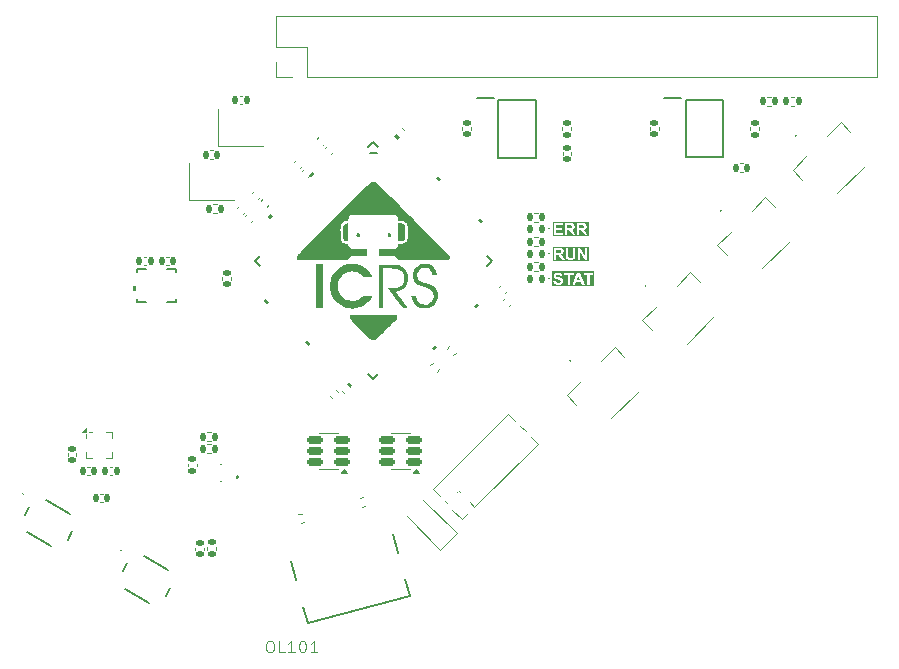
<source format=gbr>
%TF.GenerationSoftware,KiCad,Pcbnew,8.0.0*%
%TF.CreationDate,2024-03-25T03:31:52+00:00*%
%TF.ProjectId,main_PCB_v2,6d61696e-5f50-4434-925f-76322e6b6963,rev?*%
%TF.SameCoordinates,Original*%
%TF.FileFunction,Legend,Top*%
%TF.FilePolarity,Positive*%
%FSLAX46Y46*%
G04 Gerber Fmt 4.6, Leading zero omitted, Abs format (unit mm)*
G04 Created by KiCad (PCBNEW 8.0.0) date 2024-03-25 03:31:52*
%MOMM*%
%LPD*%
G01*
G04 APERTURE LIST*
G04 Aperture macros list*
%AMRoundRect*
0 Rectangle with rounded corners*
0 $1 Rounding radius*
0 $2 $3 $4 $5 $6 $7 $8 $9 X,Y pos of 4 corners*
0 Add a 4 corners polygon primitive as box body*
4,1,4,$2,$3,$4,$5,$6,$7,$8,$9,$2,$3,0*
0 Add four circle primitives for the rounded corners*
1,1,$1+$1,$2,$3*
1,1,$1+$1,$4,$5*
1,1,$1+$1,$6,$7*
1,1,$1+$1,$8,$9*
0 Add four rect primitives between the rounded corners*
20,1,$1+$1,$2,$3,$4,$5,0*
20,1,$1+$1,$4,$5,$6,$7,0*
20,1,$1+$1,$6,$7,$8,$9,0*
20,1,$1+$1,$8,$9,$2,$3,0*%
%AMHorizOval*
0 Thick line with rounded ends*
0 $1 width*
0 $2 $3 position (X,Y) of the first rounded end (center of the circle)*
0 $4 $5 position (X,Y) of the second rounded end (center of the circle)*
0 Add line between two ends*
20,1,$1,$2,$3,$4,$5,0*
0 Add two circle primitives to create the rounded ends*
1,1,$1,$2,$3*
1,1,$1,$4,$5*%
%AMRotRect*
0 Rectangle, with rotation*
0 The origin of the aperture is its center*
0 $1 length*
0 $2 width*
0 $3 Rotation angle, in degrees counterclockwise*
0 Add horizontal line*
21,1,$1,$2,0,0,$3*%
G04 Aperture macros list end*
%ADD10C,0.200000*%
%ADD11C,0.100000*%
%ADD12C,0.120000*%
%ADD13C,0.000000*%
%ADD14C,0.152400*%
%ADD15C,0.046000*%
%ADD16C,0.127000*%
%ADD17C,0.010000*%
%ADD18C,3.200000*%
%ADD19R,1.500000X0.650000*%
%ADD20RoundRect,0.135000X0.135000X0.185000X-0.135000X0.185000X-0.135000X-0.185000X0.135000X-0.185000X0*%
%ADD21RoundRect,0.135000X-0.185000X0.135000X-0.185000X-0.135000X0.185000X-0.135000X0.185000X0.135000X0*%
%ADD22RoundRect,0.147500X0.147500X0.172500X-0.147500X0.172500X-0.147500X-0.172500X0.147500X-0.172500X0*%
%ADD23RoundRect,0.140000X-0.021213X0.219203X-0.219203X0.021213X0.021213X-0.219203X0.219203X-0.021213X0*%
%ADD24RoundRect,0.140000X0.170000X-0.140000X0.170000X0.140000X-0.170000X0.140000X-0.170000X-0.140000X0*%
%ADD25RoundRect,0.135000X0.082518X0.213637X-0.178282X0.143756X-0.082518X-0.213637X0.178282X-0.143756X0*%
%ADD26RoundRect,0.225000X0.424264X0.106066X0.106066X0.424264X-0.424264X-0.106066X-0.106066X-0.424264X0*%
%ADD27RoundRect,0.135000X-0.082518X-0.213637X0.178282X-0.143756X0.082518X0.213637X-0.178282X0.143756X0*%
%ADD28RotRect,0.650000X1.050000X60.000000*%
%ADD29RotRect,0.279400X1.473200X45.000000*%
%ADD30RotRect,0.279400X1.473200X315.000000*%
%ADD31RoundRect,0.140000X-0.219203X-0.021213X-0.021213X-0.219203X0.219203X0.021213X0.021213X0.219203X0*%
%ADD32R,1.300000X1.100000*%
%ADD33RotRect,0.600000X1.700000X45.000000*%
%ADD34RotRect,1.000000X2.700000X45.000000*%
%ADD35RoundRect,0.135000X-0.135000X-0.185000X0.135000X-0.185000X0.135000X0.185000X-0.135000X0.185000X0*%
%ADD36RoundRect,0.135000X0.035355X-0.226274X0.226274X-0.035355X-0.035355X0.226274X-0.226274X0.035355X0*%
%ADD37C,0.600000*%
%ADD38HorizOval,0.900000X-0.142350X0.531259X0.142350X-0.531259X0*%
%ADD39HorizOval,0.900000X-0.103528X0.386370X0.103528X-0.386370X0*%
%ADD40RoundRect,0.140000X0.021213X-0.219203X0.219203X-0.021213X-0.021213X0.219203X-0.219203X0.021213X0*%
%ADD41R,0.482600X0.254000*%
%ADD42R,0.254000X0.482600*%
%ADD43RoundRect,0.140000X-0.140000X-0.170000X0.140000X-0.170000X0.140000X0.170000X-0.140000X0.170000X0*%
%ADD44R,1.700000X1.700000*%
%ADD45O,1.700000X1.700000*%
%ADD46RoundRect,0.150000X0.512500X0.150000X-0.512500X0.150000X-0.512500X-0.150000X0.512500X-0.150000X0*%
%ADD47R,0.375000X0.350000*%
%ADD48R,0.350000X0.375000*%
%ADD49R,0.600000X0.200000*%
%ADD50R,1.600000X0.200000*%
%ADD51RoundRect,0.140000X0.140000X0.170000X-0.140000X0.170000X-0.140000X-0.170000X0.140000X-0.170000X0*%
%ADD52RotRect,1.000000X1.000000X135.000000*%
%ADD53HorizOval,1.000000X0.000000X0.000000X0.000000X0.000000X0*%
%ADD54RoundRect,0.135000X-0.035355X0.226274X-0.226274X0.035355X0.035355X-0.226274X0.226274X-0.035355X0*%
%ADD55RoundRect,0.135000X0.185000X-0.135000X0.185000X0.135000X-0.185000X0.135000X-0.185000X-0.135000X0*%
%ADD56RoundRect,0.140000X-0.170000X0.140000X-0.170000X-0.140000X0.170000X-0.140000X0.170000X0.140000X0*%
%ADD57RoundRect,0.140000X0.219203X0.021213X0.021213X0.219203X-0.219203X-0.021213X-0.021213X-0.219203X0*%
G04 APERTURE END LIST*
D10*
G36*
X162614374Y-98471060D02*
G01*
X162663895Y-98471751D01*
X162713293Y-98474316D01*
X162749870Y-98484573D01*
X162789986Y-98512906D01*
X162808518Y-98543313D01*
X162817096Y-98593262D01*
X162815069Y-98619590D01*
X162796336Y-98667267D01*
X162781963Y-98684045D01*
X162739427Y-98709033D01*
X162710263Y-98714818D01*
X162657464Y-98719026D01*
X162607733Y-98720580D01*
X162556734Y-98721001D01*
X162406280Y-98721001D01*
X162406280Y-98470896D01*
X162565038Y-98470896D01*
X162614374Y-98471060D01*
G37*
G36*
X165134697Y-99441742D02*
G01*
X162091959Y-99441742D01*
X162091959Y-98298949D01*
X162203070Y-98298949D01*
X162203070Y-98470896D01*
X162203070Y-99315000D01*
X162406280Y-99315000D01*
X162406280Y-98892948D01*
X162447557Y-98892948D01*
X162451901Y-98892959D01*
X162501646Y-98895098D01*
X162549895Y-98904183D01*
X162571656Y-98914158D01*
X162610956Y-98945704D01*
X162628465Y-98966083D01*
X162659067Y-99006627D01*
X162690521Y-99051117D01*
X162718178Y-99091517D01*
X162865212Y-99315000D01*
X163108478Y-99315000D01*
X162985380Y-99117163D01*
X162959133Y-99075283D01*
X162931160Y-99032847D01*
X162902683Y-98992822D01*
X162869609Y-98952543D01*
X162843731Y-98927039D01*
X162803516Y-98894896D01*
X162760921Y-98867302D01*
X162777240Y-98864645D01*
X162830286Y-98851964D01*
X162876997Y-98834024D01*
X162922625Y-98807081D01*
X162959979Y-98773269D01*
X162989150Y-98733518D01*
X163009987Y-98688761D01*
X163022489Y-98638996D01*
X163026657Y-98584225D01*
X163026485Y-98573008D01*
X163020474Y-98519298D01*
X163005877Y-98469548D01*
X162982693Y-98423757D01*
X162952354Y-98384120D01*
X162912368Y-98350162D01*
X162865457Y-98326304D01*
X162840477Y-98318424D01*
X162791529Y-98308593D01*
X162739633Y-98302796D01*
X162688417Y-98299911D01*
X162630983Y-98298949D01*
X163211060Y-98298949D01*
X163211060Y-98839947D01*
X163211549Y-98891119D01*
X163213427Y-98947173D01*
X163216713Y-98997387D01*
X163222326Y-99048592D01*
X163231088Y-99097379D01*
X163238486Y-99122886D01*
X163259729Y-99168954D01*
X163287997Y-99209975D01*
X163321412Y-99244411D01*
X163362216Y-99274172D01*
X163405722Y-99297170D01*
X163415335Y-99301222D01*
X163465301Y-99316220D01*
X163518927Y-99325109D01*
X163572963Y-99329455D01*
X163624563Y-99330631D01*
X163660848Y-99329880D01*
X163714265Y-99325552D01*
X163767534Y-99316085D01*
X163818248Y-99299856D01*
X163857637Y-99280884D01*
X163899325Y-99253183D01*
X163936706Y-99217302D01*
X163959488Y-99186184D01*
X163982953Y-99138923D01*
X163997522Y-99089808D01*
X164005551Y-99038874D01*
X164009979Y-98987531D01*
X164012509Y-98935355D01*
X164013725Y-98886117D01*
X164014131Y-98831643D01*
X164014131Y-98298949D01*
X164224912Y-98298949D01*
X164224912Y-99315000D01*
X164413712Y-99315000D01*
X164413712Y-98638691D01*
X164819644Y-99315000D01*
X165023586Y-99315000D01*
X165023586Y-98298949D01*
X164834787Y-98298949D01*
X164834787Y-98985516D01*
X164422749Y-98298949D01*
X164224912Y-98298949D01*
X164014131Y-98298949D01*
X163810921Y-98298949D01*
X163810921Y-98862173D01*
X163810841Y-98884237D01*
X163809853Y-98937153D01*
X163807391Y-98986394D01*
X163801884Y-99035097D01*
X163801300Y-99038333D01*
X163782615Y-99085823D01*
X163749127Y-99123025D01*
X163717476Y-99141829D01*
X163668475Y-99155202D01*
X163618457Y-99158684D01*
X163578188Y-99156318D01*
X163530095Y-99145338D01*
X163484124Y-99120826D01*
X163469665Y-99108394D01*
X163438570Y-99067174D01*
X163422086Y-99020443D01*
X163419513Y-99002634D01*
X163416178Y-98953125D01*
X163414877Y-98903414D01*
X163414515Y-98850450D01*
X163414515Y-98298949D01*
X163211060Y-98298949D01*
X162630983Y-98298949D01*
X162203070Y-98298949D01*
X162091959Y-98298949D01*
X162091959Y-98187838D01*
X165134697Y-98187838D01*
X165134697Y-99441742D01*
G37*
G36*
X163547381Y-96371061D02*
G01*
X163596903Y-96371752D01*
X163646301Y-96374317D01*
X163682877Y-96384574D01*
X163722993Y-96412907D01*
X163741526Y-96443314D01*
X163750104Y-96493263D01*
X163748077Y-96519591D01*
X163729344Y-96567268D01*
X163714970Y-96584046D01*
X163672435Y-96609034D01*
X163643270Y-96614819D01*
X163590472Y-96619027D01*
X163540740Y-96620581D01*
X163489741Y-96621002D01*
X163339288Y-96621002D01*
X163339288Y-96370897D01*
X163498046Y-96370897D01*
X163547381Y-96371061D01*
G37*
G36*
X164557570Y-96371061D02*
G01*
X164607091Y-96371752D01*
X164656489Y-96374317D01*
X164693066Y-96384574D01*
X164733182Y-96412907D01*
X164751715Y-96443314D01*
X164760293Y-96493263D01*
X164758265Y-96519591D01*
X164739532Y-96567268D01*
X164725159Y-96584046D01*
X164682623Y-96609034D01*
X164653459Y-96614819D01*
X164600660Y-96619027D01*
X164550929Y-96620581D01*
X164499930Y-96621002D01*
X164349476Y-96621002D01*
X164349476Y-96370897D01*
X164508234Y-96370897D01*
X164557570Y-96371061D01*
G37*
G36*
X165162785Y-97326112D02*
G01*
X162091226Y-97326112D01*
X162091226Y-96198950D01*
X162202337Y-96198950D01*
X162202337Y-97215001D01*
X162968283Y-97215001D01*
X162968283Y-97043054D01*
X162405792Y-97043054D01*
X162405792Y-96761686D01*
X162911374Y-96761686D01*
X162911374Y-96589739D01*
X162405792Y-96589739D01*
X162405792Y-96370897D01*
X162948988Y-96370897D01*
X162948988Y-96198950D01*
X163136078Y-96198950D01*
X163136078Y-96370897D01*
X163136078Y-97215001D01*
X163339288Y-97215001D01*
X163339288Y-96792949D01*
X163380565Y-96792949D01*
X163384909Y-96792960D01*
X163434654Y-96795099D01*
X163482903Y-96804184D01*
X163504663Y-96814159D01*
X163543963Y-96845705D01*
X163561472Y-96866084D01*
X163592074Y-96906628D01*
X163623528Y-96951118D01*
X163651186Y-96991518D01*
X163798220Y-97215001D01*
X164041486Y-97215001D01*
X163918387Y-97017164D01*
X163892141Y-96975284D01*
X163864168Y-96932848D01*
X163835691Y-96892823D01*
X163802616Y-96852544D01*
X163776738Y-96827040D01*
X163736524Y-96794897D01*
X163693928Y-96767303D01*
X163710248Y-96764646D01*
X163763294Y-96751965D01*
X163810005Y-96734025D01*
X163855632Y-96707082D01*
X163892986Y-96673270D01*
X163922158Y-96633519D01*
X163942995Y-96588762D01*
X163955497Y-96538997D01*
X163959665Y-96484226D01*
X163959493Y-96473009D01*
X163953482Y-96419299D01*
X163938885Y-96369549D01*
X163915701Y-96323758D01*
X163885361Y-96284121D01*
X163845376Y-96250163D01*
X163798464Y-96226305D01*
X163773484Y-96218425D01*
X163724536Y-96208594D01*
X163672641Y-96202797D01*
X163621424Y-96199912D01*
X163563991Y-96198950D01*
X164146266Y-96198950D01*
X164146266Y-96370897D01*
X164146266Y-97215001D01*
X164349476Y-97215001D01*
X164349476Y-96792949D01*
X164390753Y-96792949D01*
X164395097Y-96792960D01*
X164444842Y-96795099D01*
X164493091Y-96804184D01*
X164514852Y-96814159D01*
X164554152Y-96845705D01*
X164571661Y-96866084D01*
X164602263Y-96906628D01*
X164633717Y-96951118D01*
X164661374Y-96991518D01*
X164808408Y-97215001D01*
X165051674Y-97215001D01*
X164928576Y-97017164D01*
X164902329Y-96975284D01*
X164874356Y-96932848D01*
X164845879Y-96892823D01*
X164812805Y-96852544D01*
X164786927Y-96827040D01*
X164746713Y-96794897D01*
X164704117Y-96767303D01*
X164720436Y-96764646D01*
X164773482Y-96751965D01*
X164820193Y-96734025D01*
X164865821Y-96707082D01*
X164903175Y-96673270D01*
X164932346Y-96633519D01*
X164953183Y-96588762D01*
X164965686Y-96538997D01*
X164969853Y-96484226D01*
X164969681Y-96473009D01*
X164963671Y-96419299D01*
X164949073Y-96369549D01*
X164925889Y-96323758D01*
X164895550Y-96284121D01*
X164855564Y-96250163D01*
X164808653Y-96226305D01*
X164783673Y-96218425D01*
X164734725Y-96208594D01*
X164682829Y-96202797D01*
X164631613Y-96199912D01*
X164574180Y-96198950D01*
X164146266Y-96198950D01*
X163563991Y-96198950D01*
X163136078Y-96198950D01*
X162948988Y-96198950D01*
X162202337Y-96198950D01*
X162091226Y-96198950D01*
X162091226Y-96087839D01*
X165162785Y-96087839D01*
X165162785Y-97326112D01*
G37*
G36*
X164420307Y-101008579D02*
G01*
X164145533Y-101008579D01*
X164281577Y-100649054D01*
X164420307Y-101008579D01*
G37*
G36*
X165632464Y-101541742D02*
G01*
X162039691Y-101541742D01*
X162039691Y-101086737D01*
X162150802Y-101086737D01*
X162155281Y-101117584D01*
X162165960Y-101165857D01*
X162184081Y-101218604D01*
X162207989Y-101265702D01*
X162237685Y-101307150D01*
X162273168Y-101342948D01*
X162307313Y-101368208D01*
X162354001Y-101392869D01*
X162406924Y-101411365D01*
X162455788Y-101422068D01*
X162508981Y-101428490D01*
X162566503Y-101430631D01*
X162582729Y-101430487D01*
X162636860Y-101427714D01*
X162686854Y-101421411D01*
X162738924Y-101409886D01*
X162785589Y-101393750D01*
X162812095Y-101381271D01*
X162854905Y-101354000D01*
X162891418Y-101320546D01*
X162921632Y-101280910D01*
X162927459Y-101271372D01*
X162950953Y-101222395D01*
X162965049Y-101171271D01*
X162969748Y-101118000D01*
X162969591Y-101106152D01*
X162964986Y-101055784D01*
X162952392Y-101005486D01*
X162929448Y-100957044D01*
X162898245Y-100915472D01*
X162859710Y-100880422D01*
X162818318Y-100854218D01*
X162794217Y-100842500D01*
X162747791Y-100823899D01*
X162699230Y-100807774D01*
X162651709Y-100794064D01*
X162598743Y-100780457D01*
X162555027Y-100769197D01*
X162502859Y-100753815D01*
X162456148Y-100736779D01*
X162411898Y-100712313D01*
X162398647Y-100699231D01*
X162381612Y-100652473D01*
X162384162Y-100632003D01*
X162413852Y-100590924D01*
X162452945Y-100570622D01*
X162501042Y-100558747D01*
X162552581Y-100555265D01*
X162583310Y-100556424D01*
X162635700Y-100565697D01*
X162681542Y-100588237D01*
X162696606Y-100601996D01*
X162723540Y-100645654D01*
X162737473Y-100695949D01*
X162940928Y-100695949D01*
X162937177Y-100652916D01*
X162926804Y-100604945D01*
X162906607Y-100554037D01*
X162877690Y-100508574D01*
X162840055Y-100468558D01*
X162807846Y-100444002D01*
X162763149Y-100420028D01*
X162711858Y-100402047D01*
X162697632Y-100398949D01*
X163063293Y-100398949D01*
X163063293Y-100570896D01*
X163362002Y-100570896D01*
X163362002Y-101415000D01*
X163565457Y-101415000D01*
X163784298Y-101415000D01*
X163999965Y-101415000D01*
X164083007Y-101180526D01*
X164485764Y-101180526D01*
X164573691Y-101415000D01*
X164794731Y-101415000D01*
X164391486Y-100398949D01*
X164721214Y-100398949D01*
X164721214Y-100570896D01*
X165019923Y-100570896D01*
X165019923Y-101415000D01*
X165223377Y-101415000D01*
X165223377Y-100570896D01*
X165521353Y-100570896D01*
X165521353Y-100398949D01*
X164721214Y-100398949D01*
X164391486Y-100398949D01*
X164176552Y-100398949D01*
X163941200Y-101008579D01*
X163784298Y-101415000D01*
X163565457Y-101415000D01*
X163565457Y-100570896D01*
X163863433Y-100570896D01*
X163863433Y-100398949D01*
X163063293Y-100398949D01*
X162697632Y-100398949D01*
X162664078Y-100391642D01*
X162611719Y-100385399D01*
X162554780Y-100383318D01*
X162505636Y-100385012D01*
X162453421Y-100391099D01*
X162405420Y-100401613D01*
X162356454Y-100418733D01*
X162346346Y-100423287D01*
X162300298Y-100449862D01*
X162261739Y-100482783D01*
X162230669Y-100522048D01*
X162207743Y-100565310D01*
X162192331Y-100615158D01*
X162187194Y-100667372D01*
X162188644Y-100697021D01*
X162198161Y-100746133D01*
X162216561Y-100791716D01*
X162243842Y-100833769D01*
X162280006Y-100872292D01*
X162319070Y-100901082D01*
X162363243Y-100924420D01*
X162408529Y-100943047D01*
X162460668Y-100960404D01*
X162509351Y-100973897D01*
X162524870Y-100977910D01*
X162573585Y-100990722D01*
X162623407Y-101004380D01*
X162672260Y-101019326D01*
X162704361Y-101032670D01*
X162745289Y-101062313D01*
X162753474Y-101073608D01*
X162766294Y-101122152D01*
X162765856Y-101132290D01*
X162750529Y-101179374D01*
X162716468Y-101217896D01*
X162713307Y-101220405D01*
X162668004Y-101244305D01*
X162619861Y-101255458D01*
X162568457Y-101258684D01*
X162514170Y-101254248D01*
X162463050Y-101239119D01*
X162420935Y-101213255D01*
X162414269Y-101207376D01*
X162382727Y-101167879D01*
X162361566Y-101121453D01*
X162348639Y-101071106D01*
X162150802Y-101086737D01*
X162039691Y-101086737D01*
X162039691Y-100272207D01*
X165632464Y-100272207D01*
X165632464Y-101541742D01*
G37*
D11*
X138071428Y-131557419D02*
X138261904Y-131557419D01*
X138261904Y-131557419D02*
X138357142Y-131605038D01*
X138357142Y-131605038D02*
X138452380Y-131700276D01*
X138452380Y-131700276D02*
X138499999Y-131890752D01*
X138499999Y-131890752D02*
X138499999Y-132224085D01*
X138499999Y-132224085D02*
X138452380Y-132414561D01*
X138452380Y-132414561D02*
X138357142Y-132509800D01*
X138357142Y-132509800D02*
X138261904Y-132557419D01*
X138261904Y-132557419D02*
X138071428Y-132557419D01*
X138071428Y-132557419D02*
X137976190Y-132509800D01*
X137976190Y-132509800D02*
X137880952Y-132414561D01*
X137880952Y-132414561D02*
X137833333Y-132224085D01*
X137833333Y-132224085D02*
X137833333Y-131890752D01*
X137833333Y-131890752D02*
X137880952Y-131700276D01*
X137880952Y-131700276D02*
X137976190Y-131605038D01*
X137976190Y-131605038D02*
X138071428Y-131557419D01*
X139404761Y-132557419D02*
X138928571Y-132557419D01*
X138928571Y-132557419D02*
X138928571Y-131557419D01*
X140261904Y-132557419D02*
X139690476Y-132557419D01*
X139976190Y-132557419D02*
X139976190Y-131557419D01*
X139976190Y-131557419D02*
X139880952Y-131700276D01*
X139880952Y-131700276D02*
X139785714Y-131795514D01*
X139785714Y-131795514D02*
X139690476Y-131843133D01*
X140880952Y-131557419D02*
X140976190Y-131557419D01*
X140976190Y-131557419D02*
X141071428Y-131605038D01*
X141071428Y-131605038D02*
X141119047Y-131652657D01*
X141119047Y-131652657D02*
X141166666Y-131747895D01*
X141166666Y-131747895D02*
X141214285Y-131938371D01*
X141214285Y-131938371D02*
X141214285Y-132176466D01*
X141214285Y-132176466D02*
X141166666Y-132366942D01*
X141166666Y-132366942D02*
X141119047Y-132462180D01*
X141119047Y-132462180D02*
X141071428Y-132509800D01*
X141071428Y-132509800D02*
X140976190Y-132557419D01*
X140976190Y-132557419D02*
X140880952Y-132557419D01*
X140880952Y-132557419D02*
X140785714Y-132509800D01*
X140785714Y-132509800D02*
X140738095Y-132462180D01*
X140738095Y-132462180D02*
X140690476Y-132366942D01*
X140690476Y-132366942D02*
X140642857Y-132176466D01*
X140642857Y-132176466D02*
X140642857Y-131938371D01*
X140642857Y-131938371D02*
X140690476Y-131747895D01*
X140690476Y-131747895D02*
X140738095Y-131652657D01*
X140738095Y-131652657D02*
X140785714Y-131605038D01*
X140785714Y-131605038D02*
X140880952Y-131557419D01*
X142166666Y-132557419D02*
X141595238Y-132557419D01*
X141880952Y-132557419D02*
X141880952Y-131557419D01*
X141880952Y-131557419D02*
X141785714Y-131700276D01*
X141785714Y-131700276D02*
X141690476Y-131795514D01*
X141690476Y-131795514D02*
X141595238Y-131843133D01*
D10*
%TO.C,IC102*%
X155650000Y-85625000D02*
X157150000Y-85625000D01*
X157500000Y-85755000D02*
X160700000Y-85755000D01*
X157500000Y-90655000D02*
X157500000Y-85755000D01*
X160700000Y-85755000D02*
X160700000Y-90655000D01*
X160700000Y-90655000D02*
X157500000Y-90655000D01*
%TO.C,IC101*%
X171500000Y-85620000D02*
X173000000Y-85620000D01*
X173350000Y-85750000D02*
X176550000Y-85750000D01*
X173350000Y-90650000D02*
X173350000Y-85750000D01*
X176550000Y-85750000D02*
X176550000Y-90650000D01*
X176550000Y-90650000D02*
X173350000Y-90650000D01*
D12*
%TO.C,R107*%
X182553642Y-85520000D02*
X182246360Y-85520000D01*
X182553642Y-86280000D02*
X182246360Y-86280000D01*
%TO.C,R101*%
X178820000Y-88046359D02*
X178820000Y-88353641D01*
X179580000Y-88046359D02*
X179580000Y-88353641D01*
D11*
%TO.C,D103*%
X161840001Y-100900000D02*
G75*
G02*
X161740001Y-100900000I-50000J0D01*
G01*
X161740001Y-100900000D02*
G75*
G02*
X161840001Y-100900000I50000J0D01*
G01*
D12*
%TO.C,C121*%
X136221693Y-95469190D02*
X136069190Y-95621693D01*
X136730810Y-95978307D02*
X136578307Y-96130810D01*
%TO.C,C102*%
X154440000Y-88307837D02*
X154440000Y-88092165D01*
X155160000Y-88307837D02*
X155160000Y-88092165D01*
%TO.C,FB101*%
X133653641Y-94620001D02*
X133346359Y-94620001D01*
X133653641Y-95380001D02*
X133346359Y-95380001D01*
D13*
%TO.C,G\u002A\u002A\u002A*%
G36*
X142688438Y-101538414D02*
G01*
X142688438Y-103378030D01*
X142355978Y-103378030D01*
X142023517Y-103378030D01*
X142023517Y-101538414D01*
X142023517Y-99698798D01*
X142355978Y-99698798D01*
X142688438Y-99698798D01*
X142688438Y-101538414D01*
G37*
G36*
X148334367Y-97037558D02*
G01*
X148358641Y-97048232D01*
X148423676Y-97102742D01*
X148451821Y-97173501D01*
X148441603Y-97250107D01*
X148396688Y-97317170D01*
X148326153Y-97362869D01*
X148251001Y-97364631D01*
X148177029Y-97325636D01*
X148133834Y-97277320D01*
X148119024Y-97213577D01*
X148118630Y-97196087D01*
X148136829Y-97112865D01*
X148185139Y-97054829D01*
X148254129Y-97027791D01*
X148334367Y-97037558D01*
G37*
G36*
X145712923Y-97037042D02*
G01*
X145774854Y-97089185D01*
X145809844Y-97161170D01*
X145813569Y-97194260D01*
X145793476Y-97270927D01*
X145741333Y-97332858D01*
X145669347Y-97367847D01*
X145636257Y-97371573D01*
X145558467Y-97350854D01*
X145513347Y-97317170D01*
X145470303Y-97247776D01*
X145463281Y-97172118D01*
X145487742Y-97101283D01*
X145539147Y-97046356D01*
X145612958Y-97018424D01*
X145636257Y-97016948D01*
X145712923Y-97037042D01*
G37*
G36*
X149322324Y-96227027D02*
G01*
X149424603Y-96253158D01*
X149498608Y-96300702D01*
X149551077Y-96372926D01*
X149565004Y-96403191D01*
X149578119Y-96440956D01*
X149587968Y-96486589D01*
X149594990Y-96546621D01*
X149599623Y-96627581D01*
X149602303Y-96736000D01*
X149603468Y-96878405D01*
X149603622Y-96979610D01*
X149603270Y-97141357D01*
X149601880Y-97265448D01*
X149598950Y-97358551D01*
X149593978Y-97427335D01*
X149586462Y-97478467D01*
X149575900Y-97518617D01*
X149561789Y-97554454D01*
X149560055Y-97558297D01*
X149511932Y-97633964D01*
X149443065Y-97687481D01*
X149346663Y-97722141D01*
X149215932Y-97741236D01*
X149176964Y-97743971D01*
X149005192Y-97754057D01*
X149005192Y-96986550D01*
X149005192Y-96219042D01*
X149185028Y-96219042D01*
X149322324Y-96227027D01*
G37*
G36*
X144794023Y-96983702D02*
G01*
X144794023Y-97748362D01*
X144744154Y-97745791D01*
X144681701Y-97738685D01*
X144649957Y-97732522D01*
X144526782Y-97683185D01*
X144434154Y-97602537D01*
X144405396Y-97560677D01*
X144387662Y-97529092D01*
X144374249Y-97498601D01*
X144364554Y-97462726D01*
X144357974Y-97414989D01*
X144353906Y-97348913D01*
X144351747Y-97258020D01*
X144350893Y-97135832D01*
X144350742Y-96975871D01*
X144350742Y-96973690D01*
X144350987Y-96812016D01*
X144352071Y-96688258D01*
X144354513Y-96596007D01*
X144358836Y-96528854D01*
X144365561Y-96480388D01*
X144375208Y-96444199D01*
X144388300Y-96413878D01*
X144397683Y-96396444D01*
X144470862Y-96308549D01*
X144570619Y-96246954D01*
X144683146Y-96219687D01*
X144702844Y-96219042D01*
X144794023Y-96219042D01*
X144794023Y-96983702D01*
G37*
G36*
X148882166Y-104019614D02*
G01*
X148930982Y-104098165D01*
X148946146Y-104187790D01*
X148926655Y-104273943D01*
X148902391Y-104312664D01*
X148878918Y-104337766D01*
X148826984Y-104390966D01*
X148749652Y-104469197D01*
X148649982Y-104569389D01*
X148531037Y-104688475D01*
X148395879Y-104823388D01*
X148247568Y-104971058D01*
X148089168Y-105128418D01*
X148007265Y-105209649D01*
X147816162Y-105399021D01*
X147653604Y-105559592D01*
X147516623Y-105693736D01*
X147402250Y-105803824D01*
X147307513Y-105892230D01*
X147229446Y-105961327D01*
X147165077Y-106013487D01*
X147111438Y-106051083D01*
X147065559Y-106076488D01*
X147024472Y-106092074D01*
X146985205Y-106100214D01*
X146944791Y-106103282D01*
X146900260Y-106103648D01*
X146888526Y-106103598D01*
X146809124Y-106093289D01*
X146726070Y-106068300D01*
X146711213Y-106061865D01*
X146674321Y-106036217D01*
X146611234Y-105982746D01*
X146525455Y-105904984D01*
X146420484Y-105806465D01*
X146299823Y-105690720D01*
X146166974Y-105561282D01*
X146025438Y-105421685D01*
X145878716Y-105275460D01*
X145730309Y-105126141D01*
X145583720Y-104977260D01*
X145442449Y-104832349D01*
X145309998Y-104694942D01*
X145189868Y-104568570D01*
X145085560Y-104456767D01*
X145000577Y-104363066D01*
X144938419Y-104290998D01*
X144902588Y-104244097D01*
X144895213Y-104229655D01*
X144896090Y-104131732D01*
X144938265Y-104040968D01*
X144974157Y-104000752D01*
X144983401Y-103992587D01*
X144994357Y-103985440D01*
X145009865Y-103979243D01*
X145032762Y-103973927D01*
X145065888Y-103969426D01*
X145112080Y-103965672D01*
X145174177Y-103962596D01*
X145255018Y-103960132D01*
X145357442Y-103958211D01*
X145484287Y-103956766D01*
X145638391Y-103955729D01*
X145822593Y-103955032D01*
X146039732Y-103954608D01*
X146292647Y-103954389D01*
X146584175Y-103954308D01*
X146917155Y-103954295D01*
X146921804Y-103954295D01*
X148819587Y-103954295D01*
X148882166Y-104019614D01*
G37*
G36*
X148157417Y-99726642D02*
G01*
X148368897Y-99729697D01*
X148541262Y-99733024D01*
X148679729Y-99736911D01*
X148789511Y-99741644D01*
X148875823Y-99747511D01*
X148943880Y-99754797D01*
X148998897Y-99763789D01*
X149046087Y-99774776D01*
X149049520Y-99775706D01*
X149227227Y-99834142D01*
X149371585Y-99905102D01*
X149493050Y-99994315D01*
X149551505Y-100050732D01*
X149688486Y-100222818D01*
X149786223Y-100411733D01*
X149845882Y-100620541D01*
X149868628Y-100852305D01*
X149868935Y-100884575D01*
X149850443Y-101119804D01*
X149795773Y-101330604D01*
X149706135Y-101515450D01*
X149582737Y-101672822D01*
X149426790Y-101801195D01*
X149239503Y-101899048D01*
X149022084Y-101964858D01*
X149008665Y-101967642D01*
X148928874Y-101984881D01*
X148867590Y-102000139D01*
X148836441Y-102010482D01*
X148835068Y-102011447D01*
X148844831Y-102031355D01*
X148877986Y-102081649D01*
X148931069Y-102157450D01*
X149000616Y-102253876D01*
X149083164Y-102366049D01*
X149155350Y-102462666D01*
X149248419Y-102586960D01*
X149333903Y-102702096D01*
X149407741Y-102802527D01*
X149465872Y-102882706D01*
X149504235Y-102937085D01*
X149517340Y-102957156D01*
X149544039Y-102998564D01*
X149589679Y-103064133D01*
X149646415Y-103142704D01*
X149675655Y-103182257D01*
X149730361Y-103256864D01*
X149773314Y-103317739D01*
X149798705Y-103356525D01*
X149803098Y-103365640D01*
X149782563Y-103370961D01*
X149727460Y-103374985D01*
X149647545Y-103377153D01*
X149598081Y-103377357D01*
X149393063Y-103376684D01*
X148781797Y-102551746D01*
X148170530Y-101726808D01*
X148482582Y-101713051D01*
X148725832Y-101694226D01*
X148930264Y-101659718D01*
X149099202Y-101607591D01*
X149235969Y-101535909D01*
X149343892Y-101442739D01*
X149426292Y-101326143D01*
X149486495Y-101184186D01*
X149505766Y-101117297D01*
X149533539Y-100932292D01*
X149525591Y-100745528D01*
X149483531Y-100567820D01*
X149408967Y-100409984D01*
X149398007Y-100393036D01*
X149322832Y-100299300D01*
X149231241Y-100221636D01*
X149119351Y-100158942D01*
X148983280Y-100110114D01*
X148819146Y-100074052D01*
X148623066Y-100049654D01*
X148391160Y-100035817D01*
X148124171Y-100031441D01*
X147764006Y-100031259D01*
X147764006Y-101704644D01*
X147764006Y-103378030D01*
X147586693Y-103378030D01*
X147409381Y-103378030D01*
X147409381Y-101547494D01*
X147409381Y-99716957D01*
X148157417Y-99726642D01*
G37*
G36*
X145182640Y-99654895D02*
G01*
X145331863Y-99662298D01*
X145462667Y-99676349D01*
X145516520Y-99685840D01*
X145775068Y-99759671D01*
X146020932Y-99867828D01*
X146247319Y-100006038D01*
X146447437Y-100170033D01*
X146614492Y-100355540D01*
X146642606Y-100393813D01*
X146705972Y-100488175D01*
X146761609Y-100580091D01*
X146804361Y-100660203D01*
X146829075Y-100719157D01*
X146833116Y-100739625D01*
X146811229Y-100749316D01*
X146746542Y-100756447D01*
X146640513Y-100760924D01*
X146494601Y-100762654D01*
X146475524Y-100762672D01*
X146117933Y-100762672D01*
X145959916Y-100613065D01*
X145811426Y-100488103D01*
X145662602Y-100397856D01*
X145503426Y-100338510D01*
X145323882Y-100306255D01*
X145130049Y-100297227D01*
X144897637Y-100314769D01*
X144687392Y-100368196D01*
X144557185Y-100424181D01*
X144382009Y-100536891D01*
X144230306Y-100682626D01*
X144104901Y-100855186D01*
X144008620Y-101048370D01*
X143944287Y-101255977D01*
X143914728Y-101471809D01*
X143922767Y-101689664D01*
X143938444Y-101782219D01*
X144008484Y-102010072D01*
X144116211Y-102216607D01*
X144258741Y-102398370D01*
X144433193Y-102551906D01*
X144636684Y-102673760D01*
X144709629Y-102706395D01*
X144857548Y-102750616D01*
X145029141Y-102774958D01*
X145208126Y-102778745D01*
X145378225Y-102761298D01*
X145476233Y-102738274D01*
X145633702Y-102674441D01*
X145791366Y-102582480D01*
X145930055Y-102474121D01*
X145967524Y-102437663D01*
X146043905Y-102358484D01*
X146438510Y-102358484D01*
X146565219Y-102359113D01*
X146675045Y-102360858D01*
X146760956Y-102363510D01*
X146815920Y-102366858D01*
X146833116Y-102370303D01*
X146821930Y-102404140D01*
X146792513Y-102463998D01*
X146751069Y-102538917D01*
X146703805Y-102617933D01*
X146656928Y-102690086D01*
X146633261Y-102723272D01*
X146454998Y-102925110D01*
X146246590Y-103096580D01*
X146012184Y-103235404D01*
X145755927Y-103339303D01*
X145481966Y-103405999D01*
X145360356Y-103422609D01*
X145262914Y-103432752D01*
X145194393Y-103438499D01*
X145139601Y-103439814D01*
X145083346Y-103436661D01*
X145010437Y-103429003D01*
X144947080Y-103421611D01*
X144658404Y-103366318D01*
X144385508Y-103270961D01*
X144131944Y-103137729D01*
X143901268Y-102968813D01*
X143697034Y-102766402D01*
X143534887Y-102551472D01*
X143429473Y-102373204D01*
X143351754Y-102200193D01*
X143298740Y-102021522D01*
X143267442Y-101826278D01*
X143254868Y-101603546D01*
X143254304Y-101527332D01*
X143257366Y-101352446D01*
X143267554Y-101209104D01*
X143287570Y-101084742D01*
X143320118Y-100966798D01*
X143367900Y-100842708D01*
X143431267Y-100704780D01*
X143573641Y-100459491D01*
X143749752Y-100240695D01*
X143955814Y-100051283D01*
X144188043Y-99894146D01*
X144442653Y-99772175D01*
X144715858Y-99688262D01*
X144779697Y-99674886D01*
X144891033Y-99660958D01*
X145030522Y-99654371D01*
X145182640Y-99654895D01*
G37*
G36*
X151380735Y-99658345D02*
G01*
X151486546Y-99667713D01*
X151572184Y-99681031D01*
X151590624Y-99685387D01*
X151775133Y-99756594D01*
X151938455Y-99863583D01*
X152075957Y-100001011D01*
X152183004Y-100163538D01*
X152254960Y-100345824D01*
X152281941Y-100482080D01*
X152299711Y-100629688D01*
X152116850Y-100629688D01*
X151933990Y-100629688D01*
X151909805Y-100513327D01*
X151872653Y-100393933D01*
X151814709Y-100275866D01*
X151744499Y-100174098D01*
X151680655Y-100110911D01*
X151568735Y-100039946D01*
X151451326Y-99998096D01*
X151313400Y-99980646D01*
X151261507Y-99979441D01*
X151163268Y-99981798D01*
X151089786Y-99992594D01*
X151021692Y-100016022D01*
X150963244Y-100044029D01*
X150835181Y-100132168D01*
X150736443Y-100246124D01*
X150668193Y-100378591D01*
X150631596Y-100522264D01*
X150627813Y-100669836D01*
X150658008Y-100814003D01*
X150723343Y-100947457D01*
X150804079Y-101043891D01*
X150855280Y-101086770D01*
X150917286Y-101125524D01*
X150996958Y-101163114D01*
X151101160Y-101202506D01*
X151236755Y-101246664D01*
X151358145Y-101283212D01*
X151598887Y-101361956D01*
X151799317Y-101445517D01*
X151963398Y-101536523D01*
X152095091Y-101637604D01*
X152198359Y-101751389D01*
X152277164Y-101880506D01*
X152285925Y-101898785D01*
X152356373Y-102098488D01*
X152386607Y-102302344D01*
X152378540Y-102504840D01*
X152334082Y-102700459D01*
X152255146Y-102883686D01*
X152143643Y-103049008D01*
X152001485Y-103190908D01*
X151830584Y-103303873D01*
X151792251Y-103322919D01*
X151597055Y-103396826D01*
X151399257Y-103433644D01*
X151188468Y-103434776D01*
X151065354Y-103421008D01*
X150853713Y-103368984D01*
X150664688Y-103280090D01*
X150500864Y-103157002D01*
X150364824Y-103002392D01*
X150259153Y-102818934D01*
X150186435Y-102609304D01*
X150161742Y-102485927D01*
X150142270Y-102358484D01*
X150335535Y-102358484D01*
X150528801Y-102358484D01*
X150543138Y-102466564D01*
X150573469Y-102587123D01*
X150628943Y-102714000D01*
X150700793Y-102830554D01*
X150780252Y-102920145D01*
X150783613Y-102923059D01*
X150919940Y-103012978D01*
X151078771Y-103073916D01*
X151247631Y-103103139D01*
X151414045Y-103097916D01*
X151498877Y-103079703D01*
X151660545Y-103011495D01*
X151798567Y-102910358D01*
X151907501Y-102781799D01*
X151981903Y-102631325D01*
X151998980Y-102573686D01*
X152015081Y-102462647D01*
X152015897Y-102336238D01*
X152002730Y-102210997D01*
X151976884Y-102103463D01*
X151958471Y-102059269D01*
X151913266Y-101982927D01*
X151859379Y-101916522D01*
X151791566Y-101856939D01*
X151704582Y-101801062D01*
X151593186Y-101745776D01*
X151452131Y-101687967D01*
X151276174Y-101624520D01*
X151160990Y-101585549D01*
X151037818Y-101543532D01*
X150922244Y-101502244D01*
X150824140Y-101465347D01*
X150753382Y-101436502D01*
X150731184Y-101426163D01*
X150599802Y-101338751D01*
X150478382Y-101220058D01*
X150379393Y-101083061D01*
X150351089Y-101030616D01*
X150320626Y-100966030D01*
X150300328Y-100912448D01*
X150288137Y-100858011D01*
X150281998Y-100790860D01*
X150279852Y-100699139D01*
X150279625Y-100618606D01*
X150280308Y-100503428D01*
X150283689Y-100420677D01*
X150291768Y-100358459D01*
X150306545Y-100304878D01*
X150330020Y-100248040D01*
X150348563Y-100208571D01*
X150456949Y-100026454D01*
X150590529Y-99880688D01*
X150749536Y-99771136D01*
X150934201Y-99697657D01*
X151144757Y-99660114D01*
X151273441Y-99654733D01*
X151380735Y-99658345D01*
G37*
G36*
X147047271Y-92712972D02*
G01*
X147070336Y-92721489D01*
X147124443Y-92749972D01*
X147193692Y-92793196D01*
X147232068Y-92819634D01*
X147257623Y-92842431D01*
X147312836Y-92895131D01*
X147396142Y-92976172D01*
X147505973Y-93083994D01*
X147640762Y-93217035D01*
X147798943Y-93373735D01*
X147978950Y-93552532D01*
X148179215Y-93751865D01*
X148398172Y-93970174D01*
X148634253Y-94205898D01*
X148885893Y-94457475D01*
X149151525Y-94723344D01*
X149429581Y-95001945D01*
X149718496Y-95291717D01*
X150016702Y-95591098D01*
X150322632Y-95898528D01*
X150362740Y-95938854D01*
X153393674Y-98986460D01*
X153393674Y-99086506D01*
X153383453Y-99172581D01*
X153348222Y-99238992D01*
X153340187Y-99248740D01*
X153286700Y-99310927D01*
X151136690Y-99316792D01*
X148986679Y-99322656D01*
X148961944Y-99247706D01*
X148918056Y-99165682D01*
X148847680Y-99085515D01*
X148765257Y-99021252D01*
X148696773Y-98989702D01*
X148653785Y-98983837D01*
X148573039Y-98978558D01*
X148461104Y-98974076D01*
X148324549Y-98970600D01*
X148169942Y-98968341D01*
X148003853Y-98967508D01*
X148002269Y-98967508D01*
X147387217Y-98967384D01*
X147387217Y-98680450D01*
X147387217Y-98393515D01*
X148061205Y-98386776D01*
X148735193Y-98380037D01*
X148818890Y-98312262D01*
X148910058Y-98228178D01*
X148966473Y-98148494D01*
X148995129Y-98062706D01*
X148998284Y-98042858D01*
X149010293Y-97953322D01*
X149246054Y-97943608D01*
X149366660Y-97936534D01*
X149452260Y-97925898D01*
X149512133Y-97910132D01*
X149548259Y-97892446D01*
X149653791Y-97815450D01*
X149729412Y-97731151D01*
X149766425Y-97670788D01*
X149781617Y-97639838D01*
X149793347Y-97606491D01*
X149802170Y-97564544D01*
X149808640Y-97507793D01*
X149813312Y-97430036D01*
X149816740Y-97325071D01*
X149819479Y-97186694D01*
X149821440Y-97055386D01*
X149823253Y-96853777D01*
X149822039Y-96690681D01*
X149817140Y-96560346D01*
X149807896Y-96457020D01*
X149793649Y-96374951D01*
X149773740Y-96308388D01*
X149747511Y-96251578D01*
X149725164Y-96214726D01*
X149673038Y-96154638D01*
X149602020Y-96094971D01*
X149565635Y-96071026D01*
X149510717Y-96041740D01*
X149457812Y-96022620D01*
X149394122Y-96010948D01*
X149306846Y-96004009D01*
X149235222Y-96000889D01*
X149010280Y-95992563D01*
X149000482Y-95874414D01*
X148969791Y-95741394D01*
X148903644Y-95631310D01*
X148805411Y-95549297D01*
X148777223Y-95534258D01*
X148759134Y-95525734D01*
X148740449Y-95518308D01*
X148718180Y-95511915D01*
X148689337Y-95506491D01*
X148650932Y-95501970D01*
X148599975Y-95498287D01*
X148533476Y-95495376D01*
X148448447Y-95493174D01*
X148341899Y-95491613D01*
X148210842Y-95490631D01*
X148052287Y-95490161D01*
X147863246Y-95490138D01*
X147640728Y-95490497D01*
X147381745Y-95491173D01*
X147083308Y-95492101D01*
X146873560Y-95492786D01*
X145067807Y-95498711D01*
X144989867Y-95552122D01*
X144891420Y-95641015D01*
X144829909Y-95750209D01*
X144803210Y-95867310D01*
X144788582Y-95991770D01*
X144646219Y-96003197D01*
X144484204Y-96034229D01*
X144350594Y-96097910D01*
X144247388Y-96192395D01*
X144176585Y-96315840D01*
X144140186Y-96466398D01*
X144139714Y-96470679D01*
X144135537Y-96536137D01*
X144132674Y-96636685D01*
X144131219Y-96763101D01*
X144131265Y-96906165D01*
X144132909Y-97056654D01*
X144133420Y-97085894D01*
X144137080Y-97251551D01*
X144141473Y-97379288D01*
X144147141Y-97475510D01*
X144154627Y-97546626D01*
X144164474Y-97599042D01*
X144177223Y-97639166D01*
X144181057Y-97648321D01*
X144253213Y-97768302D01*
X144351486Y-97855780D01*
X144479021Y-97912765D01*
X144638963Y-97941268D01*
X144639418Y-97941306D01*
X144791173Y-97954028D01*
X144805006Y-98035906D01*
X144848358Y-98162254D01*
X144932786Y-98272303D01*
X144984299Y-98316519D01*
X145067529Y-98380037D01*
X145717600Y-98386809D01*
X146367671Y-98393581D01*
X146367671Y-98680483D01*
X146367671Y-98967384D01*
X145741536Y-98967871D01*
X145555262Y-98968266D01*
X145407790Y-98969341D01*
X145293596Y-98971414D01*
X145207157Y-98974802D01*
X145142947Y-98979823D01*
X145095444Y-98986795D01*
X145059122Y-98996035D01*
X145028457Y-99007862D01*
X145025829Y-99009045D01*
X144936431Y-99065365D01*
X144861048Y-99141567D01*
X144811503Y-99224519D01*
X144801162Y-99258612D01*
X144788482Y-99322009D01*
X142680127Y-99321224D01*
X142315214Y-99320987D01*
X141992234Y-99320543D01*
X141708788Y-99319857D01*
X141462481Y-99318897D01*
X141250917Y-99317629D01*
X141071700Y-99316020D01*
X140922433Y-99314036D01*
X140800719Y-99311644D01*
X140704164Y-99308811D01*
X140630370Y-99305502D01*
X140576941Y-99301685D01*
X140541481Y-99297326D01*
X140521594Y-99292392D01*
X140518801Y-99291079D01*
X140450849Y-99229197D01*
X140412889Y-99139356D01*
X140406327Y-99078391D01*
X140407307Y-99068170D01*
X140411293Y-99055699D01*
X140419566Y-99039664D01*
X140433406Y-99018755D01*
X140454093Y-98991657D01*
X140482908Y-98957058D01*
X140521131Y-98913647D01*
X140570042Y-98860109D01*
X140630921Y-98795133D01*
X140705049Y-98717406D01*
X140793706Y-98625615D01*
X140898172Y-98518447D01*
X141019727Y-98394591D01*
X141159652Y-98252734D01*
X141319227Y-98091562D01*
X141499732Y-97909764D01*
X141702447Y-97706026D01*
X141928653Y-97479036D01*
X142179630Y-97227482D01*
X142456658Y-96950051D01*
X142761018Y-96645431D01*
X143093989Y-96312307D01*
X143456852Y-95949370D01*
X143514049Y-95892166D01*
X143914043Y-95492286D01*
X144283643Y-95123122D01*
X144623643Y-94783893D01*
X144934839Y-94473816D01*
X145218026Y-94192108D01*
X145473998Y-93937986D01*
X145703551Y-93710667D01*
X145907479Y-93509370D01*
X146086577Y-93333312D01*
X146241641Y-93181709D01*
X146373464Y-93053779D01*
X146482843Y-92948740D01*
X146570571Y-92865809D01*
X146637445Y-92804203D01*
X146684258Y-92763140D01*
X146711805Y-92741837D01*
X146716513Y-92739144D01*
X146824627Y-92705399D01*
X146941359Y-92696352D01*
X147047271Y-92712972D01*
G37*
D12*
%TO.C,R114*%
X140850055Y-120793184D02*
X140553243Y-120872714D01*
X141046757Y-121527286D02*
X140749945Y-121606816D01*
%TO.C,C118*%
X135521693Y-94769190D02*
X135369190Y-94921693D01*
X136030810Y-95278307D02*
X135878307Y-95430810D01*
%TO.C,D104*%
X152561665Y-123875880D02*
X149726166Y-121040382D01*
X152561665Y-123875880D02*
X153975879Y-122461666D01*
X153975879Y-122461666D02*
X151140381Y-119626168D01*
%TO.C,R115*%
X145753243Y-119472714D02*
X146050055Y-119393184D01*
X145949945Y-120206816D02*
X146246757Y-120127286D01*
D11*
%TO.C,S101*%
X117166220Y-119069022D02*
X117166220Y-119069022D01*
X117252823Y-119119023D02*
X117252823Y-119119023D01*
D10*
X117560771Y-122385641D02*
X119639232Y-123585640D01*
X117781348Y-120203590D02*
X117381347Y-120896410D01*
X121018654Y-122996410D02*
X121418655Y-122303590D01*
X121239231Y-120814359D02*
X119160770Y-119614360D01*
D11*
X117166221Y-119069022D02*
G75*
G02*
X117252821Y-119119022I43299J-25002D01*
G01*
X117252822Y-119119023D02*
G75*
G02*
X117166220Y-119069022I-43301J25000D01*
G01*
D14*
%TO.C,U101*%
X136860074Y-99400000D02*
X137303330Y-99843255D01*
X137303330Y-98956744D02*
X136860074Y-99400000D01*
X146456744Y-108996670D02*
X146900000Y-109439926D01*
X146604753Y-90258099D02*
X147195247Y-90258099D01*
X146900000Y-89360074D02*
X146456745Y-89803330D01*
X146900000Y-109439926D02*
X147343255Y-108996670D01*
X147343256Y-89803330D02*
X146900000Y-89360074D01*
X156496670Y-99843256D02*
X156939926Y-99400000D01*
X156939926Y-99400000D02*
X156496670Y-98956745D01*
D13*
G36*
X138045821Y-102866732D02*
G01*
X137866216Y-103046338D01*
X137596808Y-102776930D01*
X137776413Y-102597325D01*
X138045821Y-102866732D01*
G37*
G36*
X138399374Y-95579715D02*
G01*
X138129966Y-95849123D01*
X137950361Y-95669517D01*
X138219769Y-95400110D01*
X138399374Y-95579715D01*
G37*
G36*
X141581356Y-106402267D02*
G01*
X141401751Y-106581872D01*
X141132343Y-106312464D01*
X141311948Y-106132859D01*
X141581356Y-106402267D01*
G37*
G36*
X141934908Y-92044180D02*
G01*
X141665501Y-92313588D01*
X141485896Y-92133983D01*
X141755303Y-91864575D01*
X141934908Y-92044180D01*
G37*
G36*
X145116890Y-109937801D02*
G01*
X144937284Y-110117406D01*
X144667877Y-109847998D01*
X144847482Y-109668393D01*
X145116890Y-109937801D01*
G37*
G36*
X149132123Y-88952002D02*
G01*
X148952518Y-89131607D01*
X148683110Y-88862199D01*
X148862716Y-88682594D01*
X149132123Y-88952002D01*
G37*
G36*
X152667657Y-92487536D02*
G01*
X152488052Y-92667141D01*
X152218644Y-92397733D01*
X152398249Y-92218128D01*
X152667657Y-92487536D01*
G37*
G36*
X152314104Y-106666017D02*
G01*
X152044697Y-106935425D01*
X151865092Y-106755820D01*
X152134499Y-106486412D01*
X152314104Y-106666017D01*
G37*
G36*
X156203192Y-96023070D02*
G01*
X156023587Y-96202675D01*
X155754179Y-95933268D01*
X155933784Y-95753662D01*
X156203192Y-96023070D01*
G37*
G36*
X155849639Y-103130483D02*
G01*
X155580231Y-103399890D01*
X155400626Y-103220285D01*
X155670034Y-102950877D01*
X155849639Y-103130483D01*
G37*
D12*
%TO.C,C120*%
X143269190Y-110878307D02*
X143421693Y-111030810D01*
X143778307Y-110369190D02*
X143930810Y-110521693D01*
%TO.C,X101*%
X131300001Y-91125000D02*
X131300001Y-94275000D01*
X131300001Y-94275000D02*
X135100001Y-94275000D01*
D11*
%TO.C,J101*%
X182402872Y-91718736D02*
X183206146Y-92522010D01*
X182402872Y-91718736D02*
X183560406Y-90561202D01*
D15*
X182648945Y-88806871D02*
X182648945Y-88806871D01*
X182681472Y-88774344D02*
X182681472Y-88774344D01*
D11*
X186468736Y-87652872D02*
X185311202Y-88810406D01*
X186468736Y-87652872D02*
X187272010Y-88456146D01*
X188430958Y-91418216D02*
X186168216Y-93680958D01*
D15*
X182648945Y-88806871D02*
G75*
G02*
X182681472Y-88774344I16263J16264D01*
G01*
X182681472Y-88774344D02*
G75*
G02*
X182648945Y-88806871I-16264J-16263D01*
G01*
D12*
%TO.C,R111*%
X160546360Y-95320001D02*
X160853642Y-95320001D01*
X160546360Y-96080001D02*
X160853642Y-96080001D01*
%TO.C,R112*%
X160546360Y-97420000D02*
X160853642Y-97420000D01*
X160546360Y-98180000D02*
X160853642Y-98180000D01*
%TO.C,R104*%
X151722660Y-108239940D02*
X151939941Y-108022659D01*
X152260061Y-108777341D02*
X152477342Y-108560060D01*
%TO.C,R106*%
X132846359Y-114920000D02*
X133153641Y-114920000D01*
X132846359Y-115680000D02*
X133153641Y-115680000D01*
D16*
%TO.C,J108*%
X139944677Y-124804033D02*
X140379493Y-126426788D01*
X141355241Y-130068328D02*
X140985129Y-128687055D01*
X141355241Y-130068328D02*
X149990618Y-127754486D01*
X148580054Y-122490191D02*
X149014871Y-124112945D01*
X149990618Y-127754486D02*
X149620507Y-126373212D01*
D10*
X140456122Y-121432666D02*
G75*
G02*
X140256124Y-121432666I-99999J0D01*
G01*
X140256124Y-121432666D02*
G75*
G02*
X140456122Y-121432666I99999J0D01*
G01*
D12*
%TO.C,C124*%
X137369190Y-94321694D02*
X137521693Y-94169191D01*
X137878307Y-94830811D02*
X138030810Y-94678308D01*
D14*
%TO.C,U106*%
X126881782Y-100103001D02*
X126881782Y-100359512D01*
X126881782Y-102640490D02*
X126881782Y-102897001D01*
X126881782Y-102897001D02*
X127642295Y-102897001D01*
X127642295Y-100103001D02*
X126881782Y-100103001D01*
X129423269Y-102897001D02*
X130183782Y-102897001D01*
X130183782Y-100103001D02*
X129423269Y-100103001D01*
X130183782Y-100359512D02*
X130183782Y-100103001D01*
X130183782Y-102897001D02*
X130183782Y-102640490D01*
D13*
G36*
X126830982Y-101940501D02*
G01*
X126576982Y-101940501D01*
X126576982Y-101559500D01*
X126830982Y-101559500D01*
X126830982Y-101940501D01*
G37*
D11*
%TO.C,J103*%
X169674950Y-104446658D02*
X170478224Y-105249932D01*
X169674950Y-104446658D02*
X170832484Y-103289124D01*
D15*
X169921023Y-101534793D02*
X169921023Y-101534793D01*
X169953550Y-101502266D02*
X169953550Y-101502266D01*
D11*
X173740814Y-100380794D02*
X172583280Y-101538328D01*
X173740814Y-100380794D02*
X174544088Y-101184068D01*
X175703036Y-104146138D02*
X173440294Y-106408880D01*
D15*
X169921023Y-101534793D02*
G75*
G02*
X169953550Y-101502266I16263J16264D01*
G01*
X169953550Y-101502266D02*
G75*
G02*
X169921023Y-101534793I-16264J-16263D01*
G01*
D12*
%TO.C,C104*%
X170340000Y-88307836D02*
X170340000Y-88092164D01*
X171060000Y-88307836D02*
X171060000Y-88092164D01*
%TO.C,C117*%
X142114418Y-89110066D02*
X142266921Y-88957563D01*
X142623535Y-89619183D02*
X142776038Y-89466680D01*
%TO.C,C116*%
X142821524Y-89817173D02*
X142974027Y-89664670D01*
X143330641Y-90326290D02*
X143483144Y-90173787D01*
%TO.C,C112*%
X157721693Y-101469190D02*
X157569190Y-101621693D01*
X158230810Y-101978307D02*
X158078307Y-102130810D01*
%TO.C,C136*%
X121040000Y-115907836D02*
X121040000Y-115692164D01*
X121760000Y-115907836D02*
X121760000Y-115692164D01*
%TO.C,C110*%
X133092164Y-90040000D02*
X133307836Y-90040000D01*
X133092164Y-90760000D02*
X133307836Y-90760000D01*
%TO.C,C123*%
X157869190Y-102721693D02*
X158021693Y-102569190D01*
X158378307Y-103230810D02*
X158530810Y-103078307D01*
%TO.C,J112*%
X138670001Y-78670001D02*
X189590000Y-78670001D01*
X138670001Y-81270001D02*
X138670001Y-78670001D01*
X138670001Y-83870001D02*
X138670001Y-82540001D01*
X140000001Y-83870001D02*
X138670001Y-83870001D01*
X141270001Y-81270001D02*
X138670001Y-81270001D01*
X141270001Y-83870002D02*
X141270001Y-81270001D01*
X141270001Y-83870002D02*
X189590001Y-83870001D01*
X189590001Y-83870001D02*
X189590000Y-78670001D01*
%TO.C,R108*%
X180553641Y-85520001D02*
X180246359Y-85520001D01*
X180553641Y-86280001D02*
X180246359Y-86280001D01*
%TO.C,C126*%
X136669190Y-93621693D02*
X136821693Y-93469190D01*
X137178307Y-94130810D02*
X137330810Y-93978307D01*
%TO.C,C105*%
X123792164Y-119140000D02*
X124007836Y-119140000D01*
X123792164Y-119860000D02*
X124007836Y-119860000D01*
D11*
%TO.C,S102*%
X125466220Y-123869022D02*
X125466220Y-123869022D01*
X125552823Y-123919023D02*
X125552823Y-123919023D01*
D10*
X125860771Y-127185641D02*
X127939232Y-128385640D01*
X126081348Y-125003590D02*
X125681347Y-125696410D01*
X129318654Y-127796410D02*
X129718655Y-127103590D01*
X129539231Y-125614359D02*
X127460770Y-124414360D01*
D11*
X125466221Y-123869022D02*
G75*
G02*
X125552821Y-123919022I43299J-25002D01*
G01*
X125552822Y-123919023D02*
G75*
G02*
X125466220Y-123869022I-43301J25000D01*
G01*
%TO.C,J102*%
X176038911Y-98082697D02*
X176842185Y-98885971D01*
X176038911Y-98082697D02*
X177196445Y-96925163D01*
D15*
X176284984Y-95170832D02*
X176284984Y-95170832D01*
X176317511Y-95138305D02*
X176317511Y-95138305D01*
D11*
X180104775Y-94016833D02*
X178947241Y-95174367D01*
X180104775Y-94016833D02*
X180908049Y-94820107D01*
X182066997Y-97782177D02*
X179804255Y-100044919D01*
D15*
X176284984Y-95170832D02*
G75*
G02*
X176317511Y-95138305I16263J16264D01*
G01*
X176317511Y-95138305D02*
G75*
G02*
X176284984Y-95170832I-16264J-16263D01*
G01*
D12*
%TO.C,R113*%
X160546360Y-99520000D02*
X160853642Y-99520000D01*
X160546360Y-100280000D02*
X160853642Y-100280000D01*
%TO.C,U105*%
X149200001Y-113940000D02*
X148400001Y-113940000D01*
X149200001Y-113940000D02*
X150000001Y-113940000D01*
X149200001Y-117060000D02*
X148400001Y-117060000D01*
X149200001Y-117060000D02*
X150000001Y-117060000D01*
X150740001Y-117340000D02*
X150260001Y-117340000D01*
X150500001Y-117010000D01*
X150740001Y-117340000D01*
G36*
X150740001Y-117340000D02*
G01*
X150260001Y-117340000D01*
X150500001Y-117010000D01*
X150740001Y-117340000D01*
G37*
%TO.C,U107*%
X122600000Y-114400000D02*
X122600000Y-114100000D01*
X122600000Y-115600000D02*
X122600000Y-115600000D01*
X122600000Y-116099999D02*
X122600000Y-115600000D01*
X122600001Y-113900000D02*
X122600001Y-113900000D01*
X123100000Y-113900000D02*
X122800000Y-113899999D01*
X123100000Y-116100000D02*
X122600000Y-116099999D01*
X124300000Y-113900000D02*
X124800000Y-113900001D01*
X124300000Y-116100000D02*
X124300000Y-116100000D01*
X124799999Y-116100000D02*
X124300000Y-116100000D01*
X124800000Y-113900001D02*
X124800000Y-114400000D01*
X124800000Y-114400000D02*
X124800000Y-114400000D01*
X124800000Y-115600000D02*
X124799999Y-116100000D01*
X122600001Y-113900000D02*
X122240000Y-113900000D01*
X122600000Y-113540000D01*
X122600001Y-113900000D01*
G36*
X122600001Y-113900000D02*
G01*
X122240000Y-113900000D01*
X122600000Y-113540000D01*
X122600001Y-113900000D01*
G37*
D11*
%TO.C,D101*%
X161840001Y-96700000D02*
G75*
G02*
X161740001Y-96700000I-50000J0D01*
G01*
X161740001Y-96700000D02*
G75*
G02*
X161840001Y-96700000I50000J0D01*
G01*
D12*
%TO.C,C114*%
X134140000Y-101007836D02*
X134140000Y-100792164D01*
X134860000Y-101007836D02*
X134860000Y-100792164D01*
%TO.C,X102*%
X133800000Y-86525000D02*
X133800000Y-89675000D01*
X133800000Y-89675000D02*
X137600000Y-89675000D01*
D11*
%TO.C,U102*%
X134050001Y-116600000D02*
X133950001Y-116600000D01*
X134050001Y-118000000D02*
X133950001Y-118000000D01*
D10*
X135400000Y-117600000D02*
X135400000Y-117600000D01*
X135400001Y-117800000D02*
X135400001Y-117800000D01*
X135400000Y-117600000D02*
G75*
G02*
X135400001Y-117800000I1J-100000D01*
G01*
X135400001Y-117800000D02*
G75*
G02*
X135400000Y-117600000I0J100000D01*
G01*
D12*
%TO.C,C134*%
X129589817Y-99040000D02*
X129374145Y-99040000D01*
X129589817Y-99760000D02*
X129374145Y-99760000D01*
D11*
%TO.C,J104*%
X163302872Y-110768736D02*
X164106146Y-111572010D01*
X163302872Y-110768736D02*
X164460406Y-109611202D01*
D15*
X163548945Y-107856871D02*
X163548945Y-107856871D01*
X163581472Y-107824344D02*
X163581472Y-107824344D01*
D11*
X167368736Y-106702872D02*
X166211202Y-107860406D01*
X167368736Y-106702872D02*
X168172010Y-107506146D01*
X169330958Y-110468216D02*
X167068216Y-112730958D01*
D15*
X163548945Y-107856871D02*
G75*
G02*
X163581472Y-107824344I16263J16264D01*
G01*
X163581472Y-107824344D02*
G75*
G02*
X163548945Y-107856871I-16264J-16263D01*
G01*
D12*
%TO.C,C113*%
X140876981Y-91761717D02*
X141029484Y-91609214D01*
X141386098Y-92270834D02*
X141538601Y-92118331D01*
%TO.C,J110*%
X151948763Y-118741008D02*
X158319795Y-112369976D01*
X152530337Y-119322582D02*
X151948763Y-118741008D01*
X153108418Y-119900663D02*
X152965250Y-119757494D01*
X153201423Y-119807658D02*
X153108418Y-119900663D01*
X154099448Y-118909632D02*
X153998291Y-119010790D01*
X154276225Y-119010790D02*
X154175068Y-118909632D01*
X154398888Y-121283057D02*
X153599857Y-120484026D01*
X154936289Y-120745656D02*
X154398888Y-121283057D01*
X155473690Y-120208255D02*
X155073093Y-119807658D01*
X155473690Y-120208255D02*
X160815882Y-114866063D01*
X158901369Y-112951550D02*
X158319795Y-112369976D01*
X159799394Y-113849576D02*
X159336282Y-113386464D01*
X160815882Y-114866063D02*
X160234307Y-114284489D01*
%TO.C,C103*%
X162940001Y-90407837D02*
X162940001Y-90192165D01*
X163660001Y-90407837D02*
X163660001Y-90192165D01*
%TO.C,C109*%
X135592165Y-85440000D02*
X135807837Y-85440000D01*
X135592165Y-86160000D02*
X135807837Y-86160000D01*
%TO.C,R109*%
X153339940Y-106631230D02*
X153122659Y-106848511D01*
X153877341Y-107168631D02*
X153660060Y-107385912D01*
%TO.C,C111*%
X148869191Y-88678308D02*
X149021694Y-88830811D01*
X149378308Y-88169191D02*
X149530811Y-88321694D01*
%TO.C,R103*%
X132846359Y-113920000D02*
X133153641Y-113920000D01*
X132846359Y-114680000D02*
X133153641Y-114680000D01*
%TO.C,C119*%
X140169191Y-91021693D02*
X140321694Y-90869190D01*
X140678308Y-91530810D02*
X140830811Y-91378307D01*
%TO.C,U103*%
X143100000Y-113940000D02*
X142300000Y-113940000D01*
X143100000Y-113940000D02*
X143900000Y-113940000D01*
X143100000Y-117060000D02*
X142300000Y-117060000D01*
X143100000Y-117060000D02*
X143900000Y-117060000D01*
X144640000Y-117340000D02*
X144160000Y-117340000D01*
X144400000Y-117010000D01*
X144640000Y-117340000D01*
G36*
X144640000Y-117340000D02*
G01*
X144160000Y-117340000D01*
X144400000Y-117010000D01*
X144640000Y-117340000D01*
G37*
%TO.C,R102*%
X162920000Y-88046359D02*
X162920000Y-88353641D01*
X163680000Y-88046359D02*
X163680000Y-88353641D01*
%TO.C,C137*%
X122907836Y-116840000D02*
X122692164Y-116840000D01*
X122907836Y-117560000D02*
X122692164Y-117560000D01*
%TO.C,C101*%
X177992164Y-91140001D02*
X178207836Y-91140001D01*
X177992164Y-91860001D02*
X178207836Y-91860001D01*
%TO.C,R105*%
X132850000Y-123903641D02*
X132850000Y-123596359D01*
X133610000Y-123903641D02*
X133610000Y-123596359D01*
%TO.C,C106*%
X131840000Y-123887836D02*
X131840000Y-123672164D01*
X132560000Y-123887836D02*
X132560000Y-123672164D01*
%TO.C,C138*%
X124592164Y-116840000D02*
X124807836Y-116840000D01*
X124592164Y-117560000D02*
X124807836Y-117560000D01*
%TO.C,C115*%
X131240000Y-116592165D02*
X131240000Y-116807837D01*
X131960000Y-116592165D02*
X131960000Y-116807837D01*
D11*
%TO.C,D102*%
X161840001Y-98800000D02*
G75*
G02*
X161740001Y-98800000I-50000J0D01*
G01*
X161740001Y-98800000D02*
G75*
G02*
X161840001Y-98800000I50000J0D01*
G01*
D12*
%TO.C,C133*%
X127474145Y-99040000D02*
X127689817Y-99040000D01*
X127474145Y-99760000D02*
X127689817Y-99760000D01*
%TO.C,C122*%
X144423597Y-110584899D02*
X144271094Y-110432396D01*
X144932714Y-110075782D02*
X144780211Y-109923279D01*
%TD*%
%LPC*%
D17*
%TO.C,J108*%
X141178189Y-123148361D02*
X140502041Y-123329534D01*
X140181105Y-122131786D01*
X140857253Y-121950613D01*
X141178189Y-123148361D01*
G36*
X141178189Y-123148361D02*
G01*
X140502041Y-123329534D01*
X140181105Y-122131786D01*
X140857253Y-121950613D01*
X141178189Y-123148361D01*
G37*
X141950929Y-122941305D02*
X141274781Y-123122479D01*
X140953845Y-121924731D01*
X141629995Y-121743557D01*
X141950929Y-122941305D01*
G36*
X141950929Y-122941305D02*
G01*
X141274781Y-123122479D01*
X140953845Y-121924731D01*
X141629995Y-121743557D01*
X141950929Y-122941305D01*
G37*
X142433891Y-122811897D02*
X142047522Y-122915423D01*
X141726586Y-121717674D01*
X142112957Y-121614148D01*
X142433891Y-122811897D01*
G36*
X142433891Y-122811897D02*
G01*
X142047522Y-122915423D01*
X141726586Y-121717674D01*
X142112957Y-121614148D01*
X142433891Y-122811897D01*
G37*
X142916855Y-122682486D02*
X142530485Y-122786014D01*
X142209549Y-121588266D01*
X142595918Y-121484738D01*
X142916855Y-122682486D01*
G36*
X142916855Y-122682486D02*
G01*
X142530485Y-122786014D01*
X142209549Y-121588266D01*
X142595918Y-121484738D01*
X142916855Y-122682486D01*
G37*
X143399818Y-122553077D02*
X143013449Y-122656605D01*
X142692512Y-121458857D01*
X143078882Y-121355329D01*
X143399818Y-122553077D01*
G36*
X143399818Y-122553077D02*
G01*
X143013449Y-122656605D01*
X142692512Y-121458857D01*
X143078882Y-121355329D01*
X143399818Y-122553077D01*
G37*
X143882781Y-122423667D02*
X143496411Y-122527195D01*
X143175475Y-121329447D01*
X143561846Y-121225920D01*
X143882781Y-122423667D01*
G36*
X143882781Y-122423667D02*
G01*
X143496411Y-122527195D01*
X143175475Y-121329447D01*
X143561846Y-121225920D01*
X143882781Y-122423667D01*
G37*
X144365744Y-122294258D02*
X143979372Y-122397785D01*
X143658438Y-121200038D01*
X144044809Y-121096509D01*
X144365744Y-122294258D01*
G36*
X144365744Y-122294258D02*
G01*
X143979372Y-122397785D01*
X143658438Y-121200038D01*
X144044809Y-121096509D01*
X144365744Y-122294258D01*
G37*
X144848706Y-122164849D02*
X144462337Y-122268376D01*
X144141401Y-121070628D01*
X144527772Y-120967101D01*
X144848706Y-122164849D01*
G36*
X144848706Y-122164849D02*
G01*
X144462337Y-122268376D01*
X144141401Y-121070628D01*
X144527772Y-120967101D01*
X144848706Y-122164849D01*
G37*
X145331670Y-122035439D02*
X144945300Y-122138966D01*
X144624365Y-120941218D01*
X145010734Y-120837691D01*
X145331670Y-122035439D01*
G36*
X145331670Y-122035439D02*
G01*
X144945300Y-122138966D01*
X144624365Y-120941218D01*
X145010734Y-120837691D01*
X145331670Y-122035439D01*
G37*
X145814633Y-121906029D02*
X145428263Y-122009557D01*
X145107326Y-120811809D01*
X145493697Y-120708282D01*
X145814633Y-121906029D01*
G36*
X145814633Y-121906029D02*
G01*
X145428263Y-122009557D01*
X145107326Y-120811809D01*
X145493697Y-120708282D01*
X145814633Y-121906029D01*
G37*
X146587374Y-121698974D02*
X145911225Y-121880147D01*
X145590289Y-120682400D01*
X146266438Y-120501226D01*
X146587374Y-121698974D01*
G36*
X146587374Y-121698974D02*
G01*
X145911225Y-121880147D01*
X145590289Y-120682400D01*
X146266438Y-120501226D01*
X146587374Y-121698974D01*
G37*
X147360114Y-121491919D02*
X146683966Y-121673092D01*
X146363030Y-120475344D01*
X147039178Y-120294171D01*
X147360114Y-121491919D01*
G36*
X147360114Y-121491919D02*
G01*
X146683966Y-121673092D01*
X146363030Y-120475344D01*
X147039178Y-120294171D01*
X147360114Y-121491919D01*
G37*
%TD*%
D18*
%TO.C,OL101*%
X135156269Y-107354968D03*
%TD*%
D19*
%TO.C,IC102*%
X156400000Y-86300000D03*
X156400000Y-87570000D03*
X156400000Y-88840000D03*
X156400000Y-90110000D03*
X161800000Y-90110000D03*
X161800000Y-88840000D03*
X161800000Y-87570000D03*
X161800000Y-86300000D03*
%TD*%
%TO.C,IC101*%
X172250000Y-86295000D03*
X172250000Y-87565000D03*
X172250000Y-88835000D03*
X172250000Y-90105000D03*
X177650000Y-90105000D03*
X177650000Y-88835000D03*
X177650000Y-87565000D03*
X177650000Y-86295000D03*
%TD*%
D20*
%TO.C,R107*%
X182910001Y-85900000D03*
X181890001Y-85900000D03*
%TD*%
D21*
%TO.C,R101*%
X179200000Y-87690000D03*
X179200000Y-88710000D03*
%TD*%
D22*
%TO.C,D103*%
X161185001Y-100900000D03*
X160215001Y-100900000D03*
%TD*%
D23*
%TO.C,C121*%
X136739411Y-95460589D03*
X136060589Y-96139411D03*
%TD*%
D24*
%TO.C,C102*%
X154800000Y-88680001D03*
X154800000Y-87720001D03*
%TD*%
D20*
%TO.C,FB101*%
X134009999Y-95000001D03*
X132990001Y-95000001D03*
%TD*%
D25*
%TO.C,R114*%
X141292622Y-121068002D03*
X140307378Y-121331998D03*
%TD*%
D23*
%TO.C,C118*%
X136039411Y-94760589D03*
X135360589Y-95439411D03*
%TD*%
D26*
%TO.C,D104*%
X152766726Y-122666727D03*
X150433274Y-120333275D03*
%TD*%
D27*
%TO.C,R115*%
X145507378Y-119931998D03*
X146492622Y-119668002D03*
%TD*%
D28*
%TO.C,S101*%
X118140499Y-119631523D03*
X121734504Y-121706523D03*
X117065498Y-121493477D03*
X120659503Y-123568477D03*
%TD*%
D29*
%TO.C,U101*%
X145682646Y-89697363D03*
X145329091Y-90050918D03*
X144975538Y-90404470D03*
X144621986Y-90758023D03*
X144268431Y-91111577D03*
X143914879Y-91465130D03*
X143561324Y-91818685D03*
X143207771Y-92172237D03*
X142854219Y-92525790D03*
X142500664Y-92879344D03*
X142147112Y-93232897D03*
X141793559Y-93586449D03*
X141440004Y-93940004D03*
X141086452Y-94293557D03*
X140732897Y-94647112D03*
X140379344Y-95000664D03*
X140025791Y-95354217D03*
X139672237Y-95707771D03*
X139318685Y-96061324D03*
X138965130Y-96414879D03*
X138611577Y-96768431D03*
X138258024Y-97121984D03*
X137904470Y-97475538D03*
X137550918Y-97829091D03*
X137197363Y-98182646D03*
D30*
X137197363Y-100617354D03*
X137550918Y-100970909D03*
X137904470Y-101324462D03*
X138258023Y-101678014D03*
X138611577Y-102031569D03*
X138965130Y-102385121D03*
X139318685Y-102738676D03*
X139672237Y-103092229D03*
X140025790Y-103445781D03*
X140379344Y-103799336D03*
X140732897Y-104152888D03*
X141086452Y-104506443D03*
X141440004Y-104859996D03*
X141793557Y-105213548D03*
X142147112Y-105567103D03*
X142500664Y-105920656D03*
X142854219Y-106274210D03*
X143207771Y-106627763D03*
X143561324Y-106981315D03*
X143914879Y-107334870D03*
X144268431Y-107688423D03*
X144621986Y-108041977D03*
X144975538Y-108395530D03*
X145329091Y-108749082D03*
X145682646Y-109102637D03*
D29*
X148117354Y-109102637D03*
X148470909Y-108749082D03*
X148824462Y-108395530D03*
X149178014Y-108041977D03*
X149531569Y-107688423D03*
X149885121Y-107334870D03*
X150238676Y-106981315D03*
X150592229Y-106627763D03*
X150945781Y-106274210D03*
X151299336Y-105920656D03*
X151652888Y-105567103D03*
X152006443Y-105213548D03*
X152359996Y-104859996D03*
X152713548Y-104506443D03*
X153067103Y-104152888D03*
X153420656Y-103799336D03*
X153774210Y-103445781D03*
X154127763Y-103092229D03*
X154481315Y-102738676D03*
X154834870Y-102385121D03*
X155188423Y-102031569D03*
X155541977Y-101678014D03*
X155895530Y-101324462D03*
X156249082Y-100970909D03*
X156602637Y-100617354D03*
D30*
X156602637Y-98182646D03*
X156249082Y-97829091D03*
X155895530Y-97475538D03*
X155541977Y-97121986D03*
X155188423Y-96768431D03*
X154834870Y-96414879D03*
X154481315Y-96061324D03*
X154127763Y-95707771D03*
X153774210Y-95354219D03*
X153420656Y-95000664D03*
X153067103Y-94647112D03*
X152713548Y-94293557D03*
X152359996Y-93940004D03*
X152006443Y-93586452D03*
X151652888Y-93232897D03*
X151299336Y-92879344D03*
X150945781Y-92525790D03*
X150592229Y-92172237D03*
X150238676Y-91818685D03*
X149885121Y-91465130D03*
X149531569Y-91111577D03*
X149178014Y-90758023D03*
X148824462Y-90404470D03*
X148470909Y-90050918D03*
X148117354Y-89697363D03*
%TD*%
D31*
%TO.C,C120*%
X143260589Y-110360589D03*
X143939411Y-111039411D03*
%TD*%
D32*
%TO.C,X101*%
X132150001Y-93525000D03*
X134250001Y-93525000D03*
X134250001Y-91875000D03*
X132150001Y-91875000D03*
%TD*%
D33*
%TO.C,J101*%
X183753446Y-89887330D03*
X184637330Y-89003446D03*
D34*
X188208219Y-89958040D03*
X184708040Y-93458219D03*
%TD*%
D35*
%TO.C,R111*%
X160190001Y-95700001D03*
X161210001Y-95700001D03*
%TD*%
%TO.C,R112*%
X160190001Y-97800000D03*
X161210001Y-97800000D03*
%TD*%
D36*
%TO.C,R104*%
X151739377Y-108760624D03*
X152460625Y-108039376D03*
%TD*%
D35*
%TO.C,R106*%
X132490000Y-115300000D03*
X133510000Y-115300000D03*
%TD*%
D37*
%TO.C,J108*%
X141256020Y-123593380D03*
X146839072Y-122097406D03*
D38*
X139743095Y-123491482D03*
X148098354Y-121252697D03*
D39*
X140822371Y-127519392D03*
X149177629Y-125280608D03*
%TD*%
D40*
%TO.C,C124*%
X137360589Y-94839412D03*
X138039411Y-94160590D03*
%TD*%
D41*
%TO.C,U106*%
X129739282Y-102250002D03*
X129739282Y-101750001D03*
X129739282Y-101250001D03*
X129739282Y-100750000D03*
D42*
X129032781Y-100547501D03*
X128532782Y-100547501D03*
X128032783Y-100547501D03*
D41*
X127326282Y-100750000D03*
X127326282Y-101250001D03*
X127326282Y-101750001D03*
X127326282Y-102250002D03*
D42*
X128032783Y-102452501D03*
X128532782Y-102452501D03*
X129032781Y-102452501D03*
%TD*%
D33*
%TO.C,J103*%
X171025524Y-102615252D03*
X171909408Y-101731368D03*
D34*
X175480297Y-102685962D03*
X171980118Y-106186141D03*
%TD*%
D24*
%TO.C,C104*%
X170700000Y-88680000D03*
X170700000Y-87720000D03*
%TD*%
D40*
%TO.C,C117*%
X142105817Y-89627784D03*
X142784639Y-88948962D03*
%TD*%
%TO.C,C116*%
X142812923Y-90334891D03*
X143491745Y-89656069D03*
%TD*%
D23*
%TO.C,C112*%
X158239411Y-101460589D03*
X157560589Y-102139411D03*
%TD*%
D24*
%TO.C,C136*%
X121400000Y-116280000D03*
X121400000Y-115320000D03*
%TD*%
D43*
%TO.C,C110*%
X132720000Y-90400000D03*
X133680000Y-90400000D03*
%TD*%
D40*
%TO.C,C123*%
X157860589Y-103239411D03*
X158539411Y-102560589D03*
%TD*%
D44*
%TO.C,J112*%
X140000001Y-82540001D03*
D45*
X140000001Y-80000001D03*
X142540001Y-82540001D03*
X142540001Y-80000001D03*
X145080001Y-82540001D03*
X145080001Y-80000001D03*
X147620001Y-82540001D03*
X147620001Y-80000002D03*
X150160000Y-82540001D03*
X150160001Y-80000001D03*
X152700001Y-82540001D03*
X152700001Y-80000001D03*
X155240001Y-82540001D03*
X155240001Y-80000001D03*
X157780001Y-82540001D03*
X157780001Y-80000001D03*
X160320001Y-82540001D03*
X160320001Y-80000001D03*
X162860001Y-82540001D03*
X162860001Y-80000001D03*
X165400001Y-82540001D03*
X165400001Y-80000001D03*
X167940001Y-82540001D03*
X167940001Y-80000001D03*
X170480001Y-82540001D03*
X170480001Y-80000001D03*
X173020001Y-82540001D03*
X173020001Y-80000001D03*
X175560001Y-82540001D03*
X175560001Y-80000001D03*
X178100001Y-82540001D03*
X178100001Y-80000001D03*
X180640001Y-82540001D03*
X180640001Y-80000001D03*
X183180001Y-82540001D03*
X183180001Y-80000001D03*
X185720001Y-82540001D03*
X185720001Y-80000001D03*
X188260001Y-82540001D03*
X188260001Y-80000001D03*
%TD*%
D20*
%TO.C,R108*%
X180910000Y-85900001D03*
X179890000Y-85900001D03*
%TD*%
D40*
%TO.C,C126*%
X136660589Y-94139411D03*
X137339411Y-93460589D03*
%TD*%
D43*
%TO.C,C105*%
X123420000Y-119500000D03*
X124380000Y-119500000D03*
%TD*%
D28*
%TO.C,S102*%
X126440499Y-124431523D03*
X130034504Y-126506523D03*
X125365498Y-126293477D03*
X128959503Y-128368477D03*
%TD*%
D33*
%TO.C,J102*%
X177389485Y-96251291D03*
X178273369Y-95367407D03*
D34*
X181844258Y-96322001D03*
X178344079Y-99822180D03*
%TD*%
D35*
%TO.C,R113*%
X160190001Y-99900000D03*
X161210001Y-99900000D03*
%TD*%
D46*
%TO.C,U105*%
X150337501Y-116450000D03*
X150337501Y-115500000D03*
X150337501Y-114550000D03*
X148062501Y-114550000D03*
X148062501Y-115500000D03*
X148062501Y-116450000D03*
%TD*%
D47*
%TO.C,U107*%
X122937500Y-114250000D03*
X122937500Y-114750000D03*
X122937500Y-115250000D03*
X122937500Y-115750000D03*
D48*
X123450000Y-115762500D03*
X123950000Y-115762500D03*
D47*
X124462500Y-115750000D03*
X124462500Y-115250000D03*
X124462500Y-114750000D03*
X124462500Y-114250000D03*
D48*
X123950000Y-114237500D03*
X123450000Y-114237500D03*
%TD*%
D22*
%TO.C,D101*%
X161185001Y-96700000D03*
X160215001Y-96700000D03*
%TD*%
D24*
%TO.C,C114*%
X134500000Y-101380000D03*
X134500000Y-100420000D03*
%TD*%
D32*
%TO.C,X102*%
X134650000Y-88925000D03*
X136750000Y-88925000D03*
X136750000Y-87275000D03*
X134650000Y-87275000D03*
%TD*%
D49*
%TO.C,U102*%
X134500001Y-117700000D03*
D50*
X134000001Y-117300000D03*
D49*
X134500001Y-116900000D03*
X133500001Y-116900000D03*
X133500001Y-117700000D03*
%TD*%
D51*
%TO.C,C134*%
X129961981Y-99400000D03*
X129001981Y-99400000D03*
%TD*%
D33*
%TO.C,J104*%
X164653446Y-108937330D03*
X165537330Y-108053446D03*
D34*
X169108219Y-109008040D03*
X165608040Y-112508219D03*
%TD*%
D40*
%TO.C,C113*%
X140868380Y-92279435D03*
X141547202Y-91600613D03*
%TD*%
D52*
%TO.C,J110*%
X154137258Y-119946625D03*
D53*
X153239232Y-119048599D03*
X155035284Y-119048599D03*
X154137258Y-118150574D03*
X155933309Y-118150574D03*
X155035284Y-117252548D03*
X156831335Y-117252548D03*
X155933309Y-116354523D03*
X157729360Y-116354523D03*
X156831335Y-115456497D03*
X158627386Y-115456497D03*
X157729360Y-114558471D03*
X159525412Y-114558471D03*
X158627386Y-113660446D03*
%TD*%
D24*
%TO.C,C103*%
X163300001Y-90780001D03*
X163300001Y-89820001D03*
%TD*%
D43*
%TO.C,C109*%
X135220001Y-85800000D03*
X136180001Y-85800000D03*
%TD*%
D54*
%TO.C,R109*%
X153860624Y-106647947D03*
X153139376Y-107369195D03*
%TD*%
D31*
%TO.C,C111*%
X148860590Y-88160590D03*
X149539412Y-88839412D03*
%TD*%
D35*
%TO.C,R103*%
X132490000Y-114300000D03*
X133510000Y-114300000D03*
%TD*%
D40*
%TO.C,C119*%
X140160590Y-91539411D03*
X140839412Y-90860589D03*
%TD*%
D46*
%TO.C,U103*%
X144237500Y-116450000D03*
X144237500Y-115500000D03*
X144237500Y-114550000D03*
X141962500Y-114550000D03*
X141962500Y-115500000D03*
X141962500Y-116450000D03*
%TD*%
D21*
%TO.C,R102*%
X163300000Y-87690000D03*
X163300000Y-88710000D03*
%TD*%
D51*
%TO.C,C137*%
X123280000Y-117200000D03*
X122320000Y-117200000D03*
%TD*%
D43*
%TO.C,C101*%
X177620000Y-91500001D03*
X178580000Y-91500001D03*
%TD*%
D55*
%TO.C,R105*%
X133230000Y-124260000D03*
X133230000Y-123240000D03*
%TD*%
D24*
%TO.C,C106*%
X132200000Y-124260000D03*
X132200000Y-123300000D03*
%TD*%
D43*
%TO.C,C138*%
X124220000Y-117200000D03*
X125180000Y-117200000D03*
%TD*%
D56*
%TO.C,C115*%
X131600000Y-116220001D03*
X131600000Y-117180001D03*
%TD*%
D22*
%TO.C,D102*%
X161185001Y-98800000D03*
X160215001Y-98800000D03*
%TD*%
D43*
%TO.C,C133*%
X127101981Y-99400000D03*
X128061981Y-99400000D03*
%TD*%
D57*
%TO.C,C122*%
X144941315Y-110593500D03*
X144262493Y-109914678D03*
%TD*%
%LPD*%
M02*

</source>
